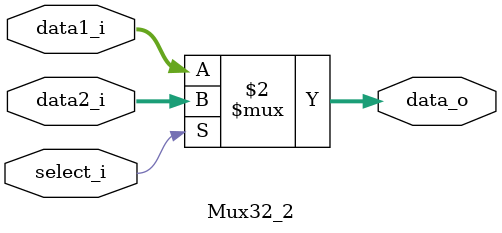
<source format=v>
module Mux32_2
(
	data1_i,
    data2_i,
    select_i,
    data_o
);

input  [31:0] data1_i, data2_i;
input  	      select_i;
output [31:0] data_o;

assign data_o = (select_i == 0) ? data1_i : data2_i;

endmodule
</source>
